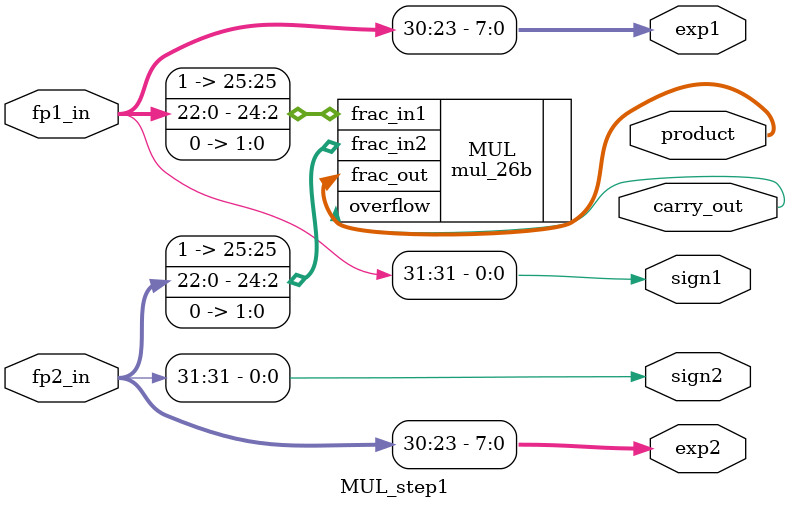
<source format=v>
module MUL_step1 (
	fp1_in,
	fp2_in,
	sign1,
	sign2,
	exp1,
	exp2,
	product,
	carry_out
);
	input [31:0] fp1_in;
	input [31:0] fp2_in;
	output sign1;
	output sign2;
	output [7:0] exp1;
	output [7:0] exp2;
	output [25:0] product;
	output carry_out;
	assign sign1 = fp1_in[31];
	assign sign2 = fp2_in[31];
	assign exp1 = fp1_in[30:23];
	assign exp2 = fp2_in[30:23];
	mul_26b MUL(
		.frac_in1({1'b1, fp1_in[22:0], 2'b00}),
		.frac_in2({1'b1, fp2_in[22:0], 2'b00}),
		.frac_out(product),
		.overflow(carry_out)
	);
endmodule

</source>
